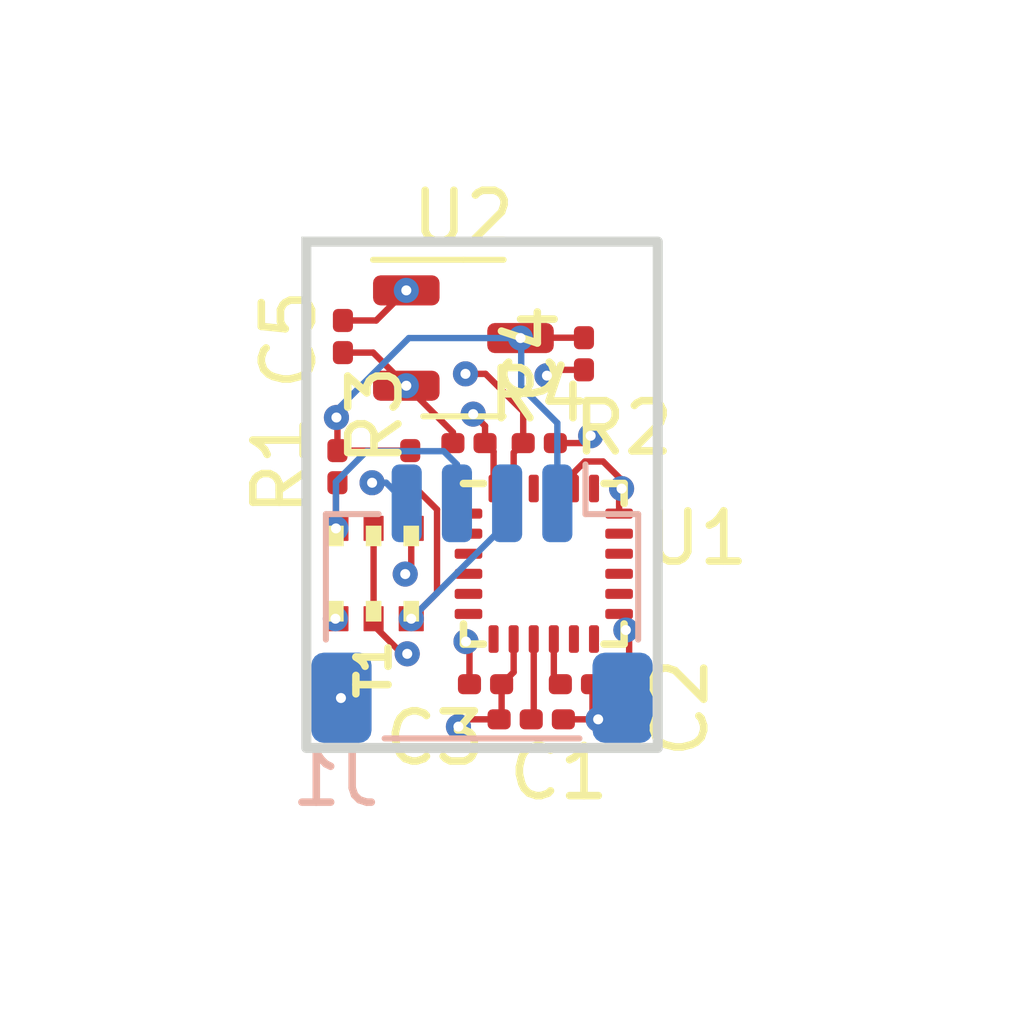
<source format=kicad_pcb>
(kicad_pcb (version 20221018) (generator pcbnew)
  (layers (0 "F.Cu" signal) (1 "In1.Cu" signal) (2 "In2.Cu" signal) (31 "B.Cu" signal) (34 "B.Paste" user) (35 "F.Paste" user) (36 "B.SilkS" user "B.Silkscreen") (37 "F.SilkS" user "F.Silkscreen") (38 "B.Mask" user) (39 "F.Mask" user) (44 "Edge.Cuts" user))
  (net 0 "")
  (net 1 "Net-(U1-REGOUT)")
  (net 2 "GND")
  (net 3 "+1V8")
  (net 4 "+3.3V")
  (net 5 "Net-(JP1-C)")
  (net 6 "SCL")
  (net 7 "SCL_1V8")
  (net 8 "SDA")
  (net 9 "SDA_1V8")
  (footprint "Capacitor_SMD:C_0201_0603Metric" (layer "F.Cu") (at 100.07 101.605)
    (fp_text reference "C3" (at -1.01 1.075) (layer "F.SilkS"))
    (fp_text value "100n")
    (pad "1" smd roundrect (at -0.32 0) (size 0.46 0.4) (layers "F.Cu" "F.Mask") (net 2 "GND"))
    (pad "2" smd roundrect (at 0.32 0) (size 0.46 0.4) (layers "F.Cu" "F.Mask") (net 3 "+1V8"))
  )
  (footprint "Resistor_SMD:R_0201_0603Metric" (layer "F.Cu") (at 97.12 97.27 -90)
    (fp_text reference "R1" (at -0.03 1.14 90) (layer "F.SilkS"))
    (fp_text value "10k")
    (pad "1" smd roundrect (at -0.32 0 270) (size 0.46 0.4) (layers "F.Cu" "F.Mask") (net 4 "+3.3V"))
    (pad "2" smd roundrect (at 0.32 0 270) (size 0.46 0.4) (layers "F.Cu" "F.Mask") (net 6 "SCL"))
  )
  (footprint "Resistor_SMD:R_0201_0603Metric" (layer "F.Cu") (at 99.74 96.8)
    (fp_text reference "R4" (at 1.38 -0.96) (layer "F.SilkS"))
    (fp_text value "10k")
    (pad "1" smd roundrect (at -0.32 0) (size 0.46 0.4) (layers "F.Cu" "F.Mask") (net 3 "+1V8"))
    (pad "2" smd roundrect (at 0.32 0) (size 0.46 0.4) (layers "F.Cu" "F.Mask") (net 9 "SDA_1V8"))
  )
  (footprint "footprints:Micro_Solder_Jumper" (layer "F.Cu") (at 100.98 102.305 180)
    (fp_text reference "JP1" hide)
    (fp_text value "SolderJumper_3_Open")
    (pad "1" smd roundrect (at -0.64 0 180) (size 0.46 0.4) (layers "F.Cu" "F.Mask") (net 2 "GND"))
    (pad "2" smd roundrect (at 0 0 180) (size 0.46 0.4) (layers "F.Cu" "F.Mask") (net 5 "Net-(JP1-C)"))
    (pad "3" smd roundrect (at 0.64 0 180) (size 0.46 0.4) (layers "F.Cu" "F.Mask") (net 3 "+1V8"))
  )
  (footprint "Resistor_SMD:R_0201_0603Metric" (layer "F.Cu") (at 101.14 96.8 180)
    (fp_text reference "R2" (at -1.68 0.3) (layer "F.SilkS"))
    (fp_text value "10k")
    (pad "1" smd roundrect (at -0.32 0 180) (size 0.46 0.4) (layers "F.Cu" "F.Mask") (net 3 "+1V8"))
    (pad "2" smd roundrect (at 0.32 0 180) (size 0.46 0.4) (layers "F.Cu" "F.Mask") (net 7 "SCL_1V8"))
  )
  (footprint "Capacitor_SMD:C_0201_0603Metric" (layer "F.Cu") (at 102.93 101.955 -90)
    (fp_text reference "C2" (at 0.115 -1.03 90) (layer "F.SilkS"))
    (fp_text value "100n")
    (pad "1" smd roundrect (at -0.32 0 270) (size 0.46 0.4) (layers "F.Cu" "F.Mask") (net 3 "+1V8"))
    (pad "2" smd roundrect (at 0.32 0 270) (size 0.46 0.4) (layers "F.Cu" "F.Mask") (net 2 "GND"))
  )
  (footprint "Sensor_Motion:InvenSense_QFN-24_3x3mm_P0.4mm" (layer "F.Cu") (at 101.23 99.205)
    (fp_text reference "U1" (at 3.06 -0.51) (layer "F.SilkS"))
    (fp_text value "ICM-20948")
    (fp_line (start -1.6 -1.6) (end -1.2 -1.6) (stroke (width 0.15)) (layer "F.SilkS"))
    (fp_line (start -1.6 1.6) (end -1.6 1.2) (stroke (width 0.15)) (layer "F.SilkS"))
    (fp_line (start -1.6 1.6) (end -1.2 1.6) (stroke (width 0.15)) (layer "F.SilkS"))
    (fp_line (start 1.6 -1.6) (end 1.2 -1.6) (stroke (width 0.15)) (layer "F.SilkS"))
    (fp_line (start 1.6 -1.6) (end 1.6 -1.2) (stroke (width 0.15)) (layer "F.SilkS"))
    (fp_line (start 1.6 1.6) (end 1.2 1.6) (stroke (width 0.15)) (layer "F.SilkS"))
    (fp_line (start 1.6 1.6) (end 1.6 1.2) (stroke (width 0.15)) (layer "F.SilkS"))
    (pad "1" smd roundrect (at -1.5 -1) (size 0.55 0.2) (layers "F.Cu" "F.Paste" "F.Mask"))
    (pad "2" smd roundrect (at -1.5 -0.6) (size 0.55 0.2) (layers "F.Cu" "F.Paste" "F.Mask"))
    (pad "3" smd roundrect (at -1.5 -0.2) (size 0.55 0.2) (layers "F.Cu" "F.Paste" "F.Mask"))
    (pad "4" smd roundrect (at -1.5 0.2) (size 0.55 0.2) (layers "F.Cu" "F.Paste" "F.Mask"))
    (pad "5" smd roundrect (at -1.5 0.6) (size 0.55 0.2) (layers "F.Cu" "F.Paste" "F.Mask"))
    (pad "6" smd roundrect (at -1.5 1) (size 0.55 0.2) (layers "F.Cu" "F.Paste" "F.Mask"))
    (pad "7" smd roundrect (at -1 1.5 90) (size 0.55 0.2) (layers "F.Cu" "F.Paste" "F.Mask"))
    (pad "8" smd roundrect (at -0.6 1.5 90) (size 0.55 0.2) (layers "F.Cu" "F.Paste" "F.Mask") (net 3 "+1V8"))
    (pad "9" smd roundrect (at -0.2 1.5 90) (size 0.55 0.2) (layers "F.Cu" "F.Paste" "F.Mask") (net 5 "Net-(JP1-C)"))
    (pad "10" smd roundrect (at 0.2 1.5 90) (size 0.55 0.2) (layers "F.Cu" "F.Paste" "F.Mask") (net 1 "Net-(U1-REGOUT)"))
    (pad "11" smd roundrect (at 0.6 1.5 90) (size 0.55 0.2) (layers "F.Cu" "F.Paste" "F.Mask"))
    (pad "12" smd roundrect (at 1 1.5 90) (size 0.55 0.2) (layers "F.Cu" "F.Paste" "F.Mask"))
    (pad "13" smd roundrect (at 1.5 1) (size 0.55 0.2) (layers "F.Cu" "F.Paste" "F.Mask") (net 3 "+1V8"))
    (pad "14" smd roundrect (at 1.5 0.6) (size 0.55 0.2) (layers "F.Cu" "F.Paste" "F.Mask"))
    (pad "15" smd roundrect (at 1.5 0.2) (size 0.55 0.2) (layers "F.Cu" "F.Paste" "F.Mask"))
    (pad "16" smd roundrect (at 1.5 -0.2) (size 0.55 0.2) (layers "F.Cu" "F.Paste" "F.Mask"))
    (pad "17" smd roundrect (at 1.5 -0.6) (size 0.55 0.2) (layers "F.Cu" "F.Paste" "F.Mask"))
    (pad "18" smd roundrect (at 1.5 -1) (size 0.55 0.2) (layers "F.Cu" "F.Paste" "F.Mask") (net 2 "GND"))
    (pad "19" smd roundrect (at 1 -1.5 90) (size 0.55 0.2) (layers "F.Cu" "F.Paste" "F.Mask"))
    (pad "20" smd roundrect (at 0.6 -1.5 90) (size 0.55 0.2) (layers "F.Cu" "F.Paste" "F.Mask") (net 2 "GND"))
    (pad "21" smd roundrect (at 0.2 -1.5 90) (size 0.55 0.2) (layers "F.Cu" "F.Paste" "F.Mask"))
    (pad "22" smd roundrect (at -0.2 -1.5 90) (size 0.55 0.2) (layers "F.Cu" "F.Paste" "F.Mask"))
    (pad "23" smd roundrect (at -0.6 -1.5 90) (size 0.55 0.2) (layers "F.Cu" "F.Paste" "F.Mask") (net 7 "SCL_1V8"))
    (pad "24" smd roundrect (at -1 -1.5 90) (size 0.55 0.2) (layers "F.Cu" "F.Paste" "F.Mask") (net 9 "SDA_1V8"))
  )
  (footprint "Package_TO_SOT_SMD:SOT-23-3" (layer "F.Cu") (at 99.62925 94.70675)
    (fp_text reference "U2" (at 0 -2.4) (layer "F.SilkS"))
    (fp_text value "HE6206-18NR")
    (fp_line (start 0 -1.56) (end -1.8 -1.56) (stroke (width 0.12)) (layer "F.SilkS"))
    (fp_line (start 0 -1.56) (end 0.8 -1.56) (stroke (width 0.12)) (layer "F.SilkS"))
    (fp_line (start 0 1.56) (end -0.8 1.56) (stroke (width 0.12)) (layer "F.SilkS"))
    (fp_line (start 0 1.56) (end 0.8 1.56) (stroke (width 0.12)) (layer "F.SilkS"))
    (pad "1" smd roundrect (at -1.1375 -0.95) (size 1.325 0.6) (layers "F.Cu" "F.Paste" "F.Mask") (net 2 "GND"))
    (pad "2" smd roundrect (at -1.1375 0.95) (size 1.325 0.6) (layers "F.Cu" "F.Paste" "F.Mask") (net 3 "+1V8"))
    (pad "3" smd roundrect (at 1.1375 0) (size 1.325 0.6) (layers "F.Cu" "F.Paste" "F.Mask") (net 4 "+3.3V"))
  )
  (footprint "Capacitor_SMD:C_0201_0603Metric" (layer "F.Cu") (at 97.22925 94.67675 -90)
    (fp_text reference "C5" (at 0.06 1.08 90) (layer "F.SilkS"))
    (fp_text value "1u")
    (pad "1" smd roundrect (at -0.32 0 270) (size 0.46 0.4) (layers "F.Cu" "F.Mask") (net 2 "GND"))
    (pad "2" smd roundrect (at 0.32 0 270) (size 0.46 0.4) (layers "F.Cu" "F.Mask") (net 3 "+1V8"))
  )
  (footprint "footprints:SOT363" (layer "F.Cu") (at 97.84 99.4 90)
    (fp_text reference "T1" (at -1.90803 0 90) (layer "F.SilkS") (effects (font (size 0.641017 0.641017))))
    (fp_text value "BSS138BKS_115")
    (fp_poly (pts (xy -0.95108 -0.9) (xy -0.55 -0.9) (xy -0.55 -0.600682) (xy -0.95108 -0.600682)) (stroke (width 0.01)) (fill solid) (layer "F.SilkS"))
    (fp_poly (pts (xy -0.950804 0.6) (xy -0.55 0.6) (xy -0.55 0.900762) (xy -0.950804 0.900762)) (stroke (width 0.01)) (fill solid) (layer "F.SilkS"))
    (fp_poly (pts (xy -0.950676 -0.15) (xy -0.55 -0.15) (xy -0.55 0.150107) (xy -0.950676 0.150107)) (stroke (width 0.01)) (fill solid) (layer "F.SilkS"))
    (fp_poly (pts (xy 0.550023 -0.9) (xy 0.95 -0.9) (xy 0.95 -0.600025) (xy 0.550023 -0.600025)) (stroke (width 0.01)) (fill solid) (layer "F.SilkS"))
    (fp_poly (pts (xy 0.550521 0.6) (xy 0.95 0.6) (xy 0.95 0.900853) (xy 0.550521 0.900853)) (stroke (width 0.01)) (fill solid) (layer "F.SilkS"))
    (fp_poly (pts (xy 0.550546 -0.15) (xy 0.95 -0.15) (xy 0.95 0.150149) (xy 0.550546 0.150149)) (stroke (width 0.01)) (fill solid) (layer "F.SilkS"))
    (pad "1" smd roundrect (at -0.9 -0.75) (size 0.5 0.5) (layers "F.Cu" "F.Paste" "F.Mask") (roundrect_rratio 0.03) (net 7 "SCL_1V8"))
    (pad "2" smd roundrect (at -0.9 0) (size 0.4 0.5) (layers "F.Cu" "F.Paste" "F.Mask") (roundrect_rratio 0.03) (net 3 "+1V8"))
    (pad "3" smd roundrect (at -0.9 0.75) (size 0.5 0.5) (layers "F.Cu" "F.Paste" "F.Mask") (roundrect_rratio 0.03) (net 8 "SDA"))
    (pad "4" smd roundrect (at 0.9 0.75) (size 0.5 0.5) (layers "F.Cu" "F.Paste" "F.Mask") (roundrect_rratio 0.03) (net 9 "SDA_1V8"))
    (pad "5" smd roundrect (at 0.9 0) (size 0.4 0.5) (layers "F.Cu" "F.Paste" "F.Mask") (roundrect_rratio 0.03) (net 3 "+1V8"))
    (pad "6" smd roundrect (at 0.9 -0.75) (size 0.5 0.5) (layers "F.Cu" "F.Paste" "F.Mask") (roundrect_rratio 0.03) (net 6 "SCL"))
  )
  (footprint "Resistor_SMD:R_0201_0603Metric" (layer "F.Cu") (at 98.57 97.27 -90)
    (fp_text reference "R3" (at -1.02 0.7 90) (layer "F.SilkS"))
    (fp_text value "10k")
    (pad "1" smd roundrect (at -0.32 0 270) (size 0.46 0.4) (layers "F.Cu" "F.Mask") (net 4 "+3.3V"))
    (pad "2" smd roundrect (at 0.32 0 270) (size 0.46 0.4) (layers "F.Cu" "F.Mask") (net 8 "SDA"))
  )
  (footprint "Capacitor_SMD:C_0201_0603Metric" (layer "F.Cu") (at 102.03 95.02 90)
    (fp_text reference "C4" (at 0 -1.05 90) (layer "F.SilkS"))
    (fp_text value "1u")
    (pad "1" smd roundrect (at -0.32 0 90) (size 0.46 0.4) (layers "F.Cu" "F.Mask") (net 2 "GND"))
    (pad "2" smd roundrect (at 0.32 0 90) (size 0.46 0.4) (layers "F.Cu" "F.Mask") (net 4 "+3.3V"))
  )
  (footprint "Capacitor_SMD:C_0201_0603Metric" (layer "F.Cu") (at 101.88 101.605)
    (fp_text reference "C1" (at -0.35 1.765) (layer "F.SilkS"))
    (fp_text value "100n")
    (pad "1" smd roundrect (at -0.32 0) (size 0.46 0.4) (layers "F.Cu" "F.Mask") (net 1 "Net-(U1-REGOUT)"))
    (pad "2" smd roundrect (at 0.32 0) (size 0.46 0.4) (layers "F.Cu" "F.Mask") (net 2 "GND"))
  )
  (footprint "Connector_JST:JST_SH_SM04B-SRSS-TB_1x04-1MP_P1.00mm_Horizontal" (layer "B.Cu") (at 100 100 180)
    (fp_text reference "J1" (at 2.92 -3.5) (layer "B.SilkS") (effects (justify mirror)))
    (fp_text value "Conn_01x04_MountingPin")
    (fp_line (start -3.11 -0.715) (end -3.11 1.785) (stroke (width 0.12)) (layer "B.SilkS"))
    (fp_line (start -3.11 1.785) (end -2.06 1.785) (stroke (width 0.12)) (layer "B.SilkS"))
    (fp_line (start -2.06 1.785) (end -2.06 2.775) (stroke (width 0.12)) (layer "B.SilkS"))
    (fp_line (start -1.94 -2.685) (end 1.94 -2.685) (stroke (width 0.12)) (layer "B.SilkS"))
    (fp_line (start 3.11 -0.715) (end 3.11 1.785) (stroke (width 0.12)) (layer "B.SilkS"))
    (fp_line (start 3.11 1.785) (end 2.06 1.785) (stroke (width 0.12)) (layer "B.SilkS"))
    (pad "1" smd roundrect (at -1.5 2 180) (size 0.6 1.55) (layers "B.Cu" "B.Paste" "B.Mask") (net 4 "+3.3V"))
    (pad "2" smd roundrect (at -0.5 2 180) (size 0.6 1.55) (layers "B.Cu" "B.Paste" "B.Mask") (net 8 "SDA"))
    (pad "3" smd roundrect (at 0.5 2 180) (size 0.6 1.55) (layers "B.Cu" "B.Paste" "B.Mask") (net 6 "SCL"))
    (pad "4" smd roundrect (at 1.5 2 180) (size 0.6 1.55) (layers "B.Cu" "B.Paste" "B.Mask") (net 2 "GND"))
    (pad "MP" smd roundrect (at -2.8 -1.875 180) (size 1.2 1.8) (layers "B.Cu" "B.Paste" "B.Mask") (roundrect_rratio 0.208333) (net 2 "GND"))
    (pad "MP" smd roundrect (at 2.8 -1.875 180) (size 1.2 1.8) (layers "B.Cu" "B.Paste" "B.Mask") (roundrect_rratio 0.208333) (net 2 "GND"))
  )
  (gr_rect (start 96.5 92.785) (end 103.5 102.875) (stroke (width 0.2)) (fill none) (layer "Edge.Cuts"))
  (segment (start 101.43 101.475) (end 101.43 100.705) (width 0.127) (layer "F.Cu") (net 1))
  (segment (start 101.56 101.605) (end 101.43 101.475) (width 0.127) (layer "F.Cu") (net 1))
  (segment (start 102.73 97.756377) (end 102.7795 97.706877) (width 0.127) (layer "F.Cu") (net 2))
  (segment (start 102.2 101.605) (end 102.2 102.192141) (width 0.127) (layer "F.Cu") (net 2))
  (segment (start 102.2 102.192141) (end 102.312859 102.305) (width 0.127) (layer "F.Cu") (net 2))
  (segment (start 101.409249 95.34) (end 101.293 95.456249) (width 0.127) (layer "F.Cu") (net 2))
  (segment (start 102.048758 97.1665) (end 101.83 97.385258) (width 0.127) (layer "F.Cu") (net 2))
  (segment (start 102.342859 102.275) (end 102.312859 102.305) (width 0.127) (layer "F.Cu") (net 2))
  (segment (start 97.22925 94.35675) (end 97.89175 94.35675) (width 0.127) (layer "F.Cu") (net 2))
  (segment (start 102.7795 97.706877) (end 102.7795 97.534758) (width 0.127) (layer "F.Cu") (net 2))
  (segment (start 102.411242 97.1665) (end 102.048758 97.1665) (width 0.127) (layer "F.Cu") (net 2))
  (segment (start 101.83 97.385258) (end 101.83 97.705) (width 0.127) (layer "F.Cu") (net 2))
  (segment (start 102.73 98.205) (end 102.73 97.756377) (width 0.127) (layer "F.Cu") (net 2))
  (segment (start 102.312859 102.305) (end 101.62 102.305) (width 0.127) (layer "F.Cu") (net 2))
  (segment (start 102.03 95.34) (end 101.409249 95.34) (width 0.127) (layer "F.Cu") (net 2))
  (segment (start 99.75 101.605) (end 99.75 100.824) (width 0.127) (layer "F.Cu") (net 2))
  (segment (start 97.89175 94.35675) (end 98.49175 93.75675) (width 0.127) (layer "F.Cu") (net 2))
  (segment (start 99.75 100.824) (end 99.6805 100.7545) (width 0.127) (layer "F.Cu") (net 2))
  (segment (start 102.93 102.275) (end 102.342859 102.275) (width 0.127) (layer "F.Cu") (net 2))
  (segment (start 102.7795 97.534758) (end 102.411242 97.1665) (width 0.127) (layer "F.Cu") (net 2))
  (via (at 99.6805 100.7545) (size 0.5) (drill 0.2) (layers "F.Cu" "B.Cu") (net 2))
  (via (at 101.293 95.456249) (size 0.5) (drill 0.2) (layers "F.Cu" "B.Cu") (net 2))
  (via (at 97.19 101.88) (size 0.5) (drill 0.2) (layers "F.Cu" "B.Cu") (net 2))
  (via (at 102.312859 102.305) (size 0.5) (drill 0.2) (layers "F.Cu" "B.Cu") (net 2))
  (via (at 98.49175 93.75675) (size 0.5) (drill 0.2) (layers "F.Cu" "B.Cu") (net 2))
  (via (at 102.7795 97.706877) (size 0.5) (drill 0.2) (layers "F.Cu" "B.Cu") (net 2))
  (via (at 97.81 97.59) (size 0.5) (drill 0.2) (layers "F.Cu" "B.Cu") (net 2))
  (segment (start 98.09 97.59) (end 98.5 98) (width 0.127) (layer "B.Cu") (net 2))
  (segment (start 102.312859 102.305) (end 102.37 102.305) (width 0.127) (layer "B.Cu") (net 2))
  (segment (start 97.2 101.875) (end 97.195 101.875) (width 0.127) (layer "B.Cu") (net 2))
  (segment (start 97.81 97.59) (end 98.09 97.59) (width 0.127) (layer "B.Cu") (net 2))
  (segment (start 102.37 102.305) (end 102.8 101.875) (width 0.127) (layer "B.Cu") (net 2))
  (segment (start 97.195 101.875) (end 97.19 101.88) (width 0.127) (layer "B.Cu") (net 2))
  (segment (start 100.39 101.605) (end 100.63 101.365) (width 0.127) (layer "F.Cu") (net 3))
  (segment (start 99.42 96.585) (end 99.42 96.8) (width 0.127) (layer "F.Cu") (net 3))
  (segment (start 98.4095 100.9995) (end 97.84 100.43) (width 0.127) (layer "F.Cu") (net 3))
  (segment (start 102.93 101.635) (end 102.93 100.590717) (width 0.127) (layer "F.Cu") (net 3))
  (segment (start 102.864783 100.339783) (end 102.73 100.205) (width 0.127) (layer "F.Cu") (net 3))
  (segment (start 98.49175 95.65675) (end 99.42 96.585) (width 0.127) (layer "F.Cu") (net 3))
  (segment (start 97.84 100.43) (end 97.84 100.3) (width 0.127) (layer "F.Cu") (net 3))
  (segment (start 97.83175 94.99675) (end 98.49175 95.65675) (width 0.127) (layer "F.Cu") (net 3))
  (segment (start 100.63 101.365) (end 100.63 100.705) (width 0.127) (layer "F.Cu") (net 3))
  (segment (start 100.39 102.255) (end 100.34 102.305) (width 0.127) (layer "F.Cu") (net 3))
  (segment (start 99.675 102.305) (end 100.34 102.305) (width 0.127) (layer "F.Cu") (net 3))
  (segment (start 97.22925 94.99675) (end 97.83175 94.99675) (width 0.127) (layer "F.Cu") (net 3))
  (segment (start 100.39 101.605) (end 100.39 102.255) (width 0.127) (layer "F.Cu") (net 3))
  (segment (start 97.84 100.3) (end 97.84 98.5) (width 0.127) (layer "F.Cu") (net 3))
  (segment (start 101.46 96.8) (end 102.017302 96.8) (width 0.127) (layer "F.Cu") (net 3))
  (segment (start 98.51 100.9995) (end 98.4095 100.9995) (width 0.127) (layer "F.Cu") (net 3))
  (segment (start 102.864783 100.5255) (end 102.864783 100.339783) (width 0.127) (layer "F.Cu") (net 3))
  (segment (start 102.017302 96.8) (end 102.163802 96.6535) (width 0.127) (layer "F.Cu") (net 3))
  (segment (start 99.53 102.45) (end 99.675 102.305) (width 0.127) (layer "F.Cu") (net 3))
  (segment (start 102.93 100.590717) (end 102.864783 100.5255) (width 0.127) (layer "F.Cu") (net 3))
  (via (at 99.53 102.45) (size 0.5) (drill 0.2) (layers "F.Cu" "B.Cu") (net 3))
  (via (at 102.163802 96.6535) (size 0.5) (drill 0.2) (layers "F.Cu" "B.Cu") (net 3))
  (via (at 98.49175 95.65675) (size 0.5) (drill 0.2) (layers "F.Cu" "B.Cu") (net 3))
  (via (at 102.864783 100.5255) (size 0.5) (drill 0.2) (layers "F.Cu" "B.Cu") (net 3))
  (via (at 98.51 100.9995) (size 0.5) (drill 0.2) (layers "F.Cu" "B.Cu") (net 3))
  (segment (start 102.03 94.7) (end 100.7735 94.7) (width 0.127) (layer "F.Cu") (net 4))
  (segment (start 100.7735 94.7) (end 100.76675 94.70675) (width 0.127) (layer "F.Cu") (net 4))
  (segment (start 97.1 96.29) (end 97.12 96.31) (width 0.127) (layer "F.Cu") (net 4))
  (segment (start 97.12 96.31) (end 97.12 96.95) (width 0.127) (layer "F.Cu") (net 4))
  (segment (start 98.57 96.95) (end 97.12 96.95) (width 0.127) (layer "F.Cu") (net 4))
  (via (at 97.1 96.29) (size 0.5) (drill 0.2) (layers "F.Cu" "B.Cu") (net 4))
  (via (at 100.76675 94.70675) (size 0.5) (drill 0.2) (layers "F.Cu" "B.Cu") (net 4))
  (segment (start 100.76675 94.70675) (end 100.78 94.72) (width 0.127) (layer "B.Cu") (net 4))
  (segment (start 100.78 95.68) (end 101.5 96.4) (width 0.127) (layer "B.Cu") (net 4))
  (segment (start 97.1 96.29) (end 97.1 96.15) (width 0.127) (layer "B.Cu") (net 4))
  (segment (start 101.5 96.4) (end 101.5 98) (width 0.127) (layer "B.Cu") (net 4))
  (segment (start 100.78 94.72) (end 100.78 95.68) (width 0.127) (layer "B.Cu") (net 4))
  (segment (start 97.1 96.15) (end 98.54325 94.70675) (width 0.127) (layer "B.Cu") (net 4))
  (segment (start 98.54325 94.70675) (end 100.76675 94.70675) (width 0.127) (layer "B.Cu") (net 4))
  (segment (start 101.03 102.255) (end 101.03 100.705) (width 0.127) (layer "F.Cu") (net 5))
  (segment (start 100.98 102.305) (end 101.03 102.255) (width 0.127) (layer "F.Cu") (net 5))
  (segment (start 97.09 97.62) (end 97.12 97.59) (width 0.127) (layer "F.Cu") (net 6))
  (segment (start 97.09 98.5) (end 97.09 97.62) (width 0.127) (layer "F.Cu") (net 6))
  (via (at 97.09 98.5) (size 0.5) (drill 0.2) (layers "F.Cu" "B.Cu") (net 6))
  (segment (start 97.09 97.57213) (end 97.09 98.5) (width 0.127) (layer "B.Cu") (net 6))
  (segment (start 99.5 98) (end 99.5 97.225001) (width 0.127) (layer "B.Cu") (net 6))
  (segment (start 97.70063 96.9615) (end 97.09 97.57213) (width 0.127) (layer "B.Cu") (net 6))
  (segment (start 99.5 97.225001) (end 99.236499 96.9615) (width 0.127) (layer "B.Cu") (net 6))
  (segment (start 99.236499 96.9615) (end 97.70063 96.9615) (width 0.127) (layer "B.Cu") (net 6))
  (segment (start 100.63 96.99) (end 100.63 97.705) (width 0.127) (layer "F.Cu") (net 7))
  (segment (start 100.07 95.42) (end 100.82 96.17) (width 0.127) (layer "F.Cu") (net 7))
  (segment (start 100.82 96.17) (end 100.82 96.8) (width 0.127) (layer "F.Cu") (net 7))
  (segment (start 97.09 100.3) (end 97.08 100.3) (width 0.127) (layer "F.Cu") (net 7))
  (segment (start 99.67 95.42) (end 100.07 95.42) (width 0.127) (layer "F.Cu") (net 7))
  (segment (start 100.82 96.8) (end 100.63 96.99) (width 0.127) (layer "F.Cu") (net 7))
  (via (at 97.08 100.3) (size 0.5) (drill 0.2) (layers "F.Cu" "B.Cu") (net 7))
  (via (at 99.67 95.42) (size 0.5) (drill 0.2) (layers "F.Cu" "B.Cu") (net 7))
  (segment (start 99.1035 98.1235) (end 99.1035 99.7865) (width 0.127) (layer "F.Cu") (net 8))
  (segment (start 98.57 97.59) (end 99.1035 98.1235) (width 0.127) (layer "F.Cu") (net 8))
  (segment (start 99.1035 99.7865) (end 98.59 100.3) (width 0.127) (layer "F.Cu") (net 8))
  (via (at 98.59 100.3) (size 0.5) (drill 0.2) (layers "F.Cu" "B.Cu") (net 8))
  (segment (start 100.5 98) (end 100.5 98.39) (width 0.127) (layer "B.Cu") (net 8))
  (segment (start 100.5 98.39) (end 98.59 100.3) (width 0.127) (layer "B.Cu") (net 8))
  (segment (start 98.47 99.41) (end 98.59 99.29) (width 0.127) (layer "F.Cu") (net 9))
  (segment (start 100.0995 96.827758) (end 100.071742 96.8) (width 0.127) (layer "F.Cu") (net 9))
  (segment (start 100.06 96.8) (end 100.06 96.458588) (width 0.127) (layer "F.Cu") (net 9))
  (segment (start 100.06 96.458588) (end 99.824061 96.222649) (width 0.127) (layer "F.Cu") (net 9))
  (segment (start 100.23 96.97) (end 100.06 96.8) (width 0.127) (layer "F.Cu") (net 9))
  (segment (start 100.23 97.705) (end 100.23 96.97) (width 0.127) (layer "F.Cu") (net 9))
  (segment (start 98.59 99.29) (end 98.59 98.5) (width 0.127) (layer "F.Cu") (net 9))
  (segment (start 100.071742 96.8) (end 100.06 96.8) (width 0.127) (layer "F.Cu") (net 9))
  (via (at 98.47 99.41) (size 0.5) (drill 0.2) (layers "F.Cu" "B.Cu") (net 9))
  (via (at 99.824061 96.222649) (size 0.5) (drill 0.2) (layers "F.Cu" "B.Cu") (net 9))
)
</source>
